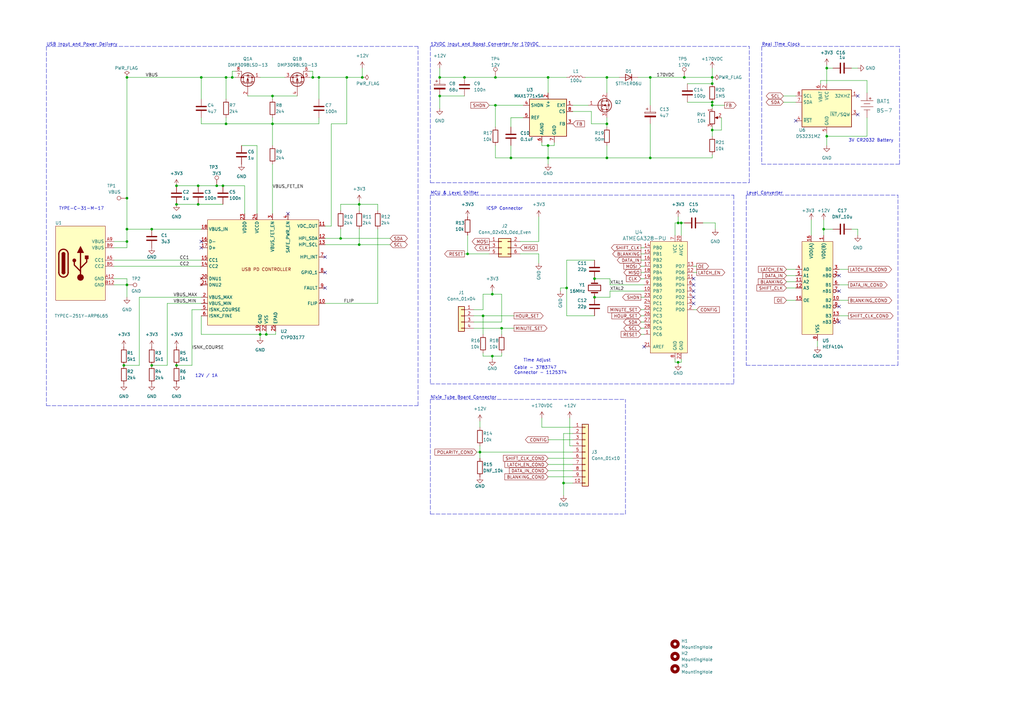
<source format=kicad_sch>
(kicad_sch (version 20211123) (generator eeschema)
  (paper "A3")
  (title_block (title "Nixie Tube Clock Main PCB") (date "2023-05-17") (rev "01") (company "Chris Oakes Electronics") (comment 1 "- USB C Power Input & Load Switch") (comment 2 "- MCU and RTC") (comment 3 "- Boost Converter 170VDC"))
  (junction (at 62.23 149.86))
  (junction (at 339.09 27.94))
  (junction (at 292.1 53.34))
  (junction (at 203.2 31.75))
  (junction (at 224.79 59.69))
  (junction (at 147.32 100.33))
  (junction (at 248.92 64.77))
  (junction (at 91.44 76.2))
  (junction (at 82.55 31.75))
  (junction (at 231.14 198.12))
  (junction (at 292.1 41.91))
  (junction (at 139.7 97.79))
  (junction (at 292.1 31.75))
  (junction (at 278.13 148.59))
  (junction (at 130.81 31.75))
  (junction (at 52.07 93.98))
  (junction (at 205.74 134.62))
  (junction (at 209.55 64.77))
  (junction (at 198.12 129.54))
  (junction (at 88.9 76.2))
  (junction (at 243.84 114.3))
  (junction (at 190.5 31.75))
  (junction (at 72.39 76.2))
  (junction (at 95.25 31.75))
  (junction (at 191.77 104.14))
  (junction (at 52.07 99.06))
  (junction (at 81.28 76.2))
  (junction (at 243.84 121.92))
  (junction (at 248.92 50.8))
  (junction (at 203.2 43.18))
  (junction (at 232.41 118.11))
  (junction (at 72.39 149.86))
  (junction (at 280.67 31.75))
  (junction (at 339.09 55.88))
  (junction (at 201.93 120.65))
  (junction (at 337.82 93.98))
  (junction (at 278.13 91.44))
  (junction (at 72.39 83.82))
  (junction (at 148.59 31.75))
  (junction (at 50.8 149.86))
  (junction (at 106.68 137.16))
  (junction (at 196.85 185.42))
  (junction (at 224.79 31.75))
  (junction (at 52.07 31.75))
  (junction (at 81.28 83.82))
  (junction (at 52.07 81.28))
  (junction (at 142.24 31.75))
  (junction (at 109.22 137.16))
  (junction (at 292.1 43.18))
  (junction (at 180.34 31.75))
  (junction (at 292.1 34.29))
  (junction (at 128.27 31.75))
  (junction (at 279.4 91.44))
  (junction (at 248.92 31.75))
  (junction (at 224.79 64.77))
  (junction (at 111.76 50.8))
  (junction (at 52.07 116.84))
  (junction (at 180.34 39.37))
  (junction (at 62.23 93.98))
  (junction (at 111.76 39.37))
  (junction (at 266.7 64.77))
  (junction (at 92.71 31.75))
  (junction (at 266.7 31.75))
  (junction (at 201.93 146.05))
  (junction (at 147.32 83.82))
  (junction (at 92.71 50.8))
  (no_connect (at 133.35 105.41))
  (no_connect (at 133.35 118.11))
  (no_connect (at 133.35 111.76))
  (no_connect (at 351.79 39.37))
  (no_connect (at 351.79 46.99))
  (no_connect (at 326.39 49.53))
  (no_connect (at 344.17 132.08))
  (no_connect (at 344.17 125.73))
  (no_connect (at 344.17 119.38))
  (no_connect (at 344.17 113.03))
  (no_connect (at 284.48 114.3))
  (no_connect (at 284.48 116.84))
  (no_connect (at 284.48 119.38))
  (no_connect (at 284.48 121.92))
  (no_connect (at 284.48 124.46))
  (no_connect (at 264.16 142.24))
  (no_connect (at 118.11 87.63))
  (no_connect (at 82.55 101.6))
  (no_connect (at 82.55 99.06))
  (wire (pts (xy 148.59 27.94) (xy 148.59 31.75)))
  (wire (pts (xy 248.92 50.8) (xy 248.92 48.26)))
  (wire (pts (xy 224.79 59.69) (xy 227.33 59.69)))
  (wire (pts (xy 154.94 86.36) (xy 154.94 83.82)))
  (wire (pts (xy 292.1 43.18) (xy 297.18 43.18)))
  (wire (pts (xy 232.41 118.11) (xy 232.41 129.54)))
  (wire (pts (xy 180.34 39.37) (xy 190.5 39.37)))
  (wire (pts (xy 96.52 29.21) (xy 95.25 29.21)))
  (wire (pts (xy 78.74 149.86) (xy 72.39 149.86)))
  (wire (pts (xy 220.98 104.14) (xy 220.98 107.95)))
  (wire (pts (xy 46.736 106.68) (xy 82.55 106.68)))
  (wire (pts (xy 127 29.21) (xy 128.27 29.21)))
  (wire (pts (xy 142.24 50.8) (xy 142.24 31.75)))
  (wire (pts (xy 209.55 59.69) (xy 209.55 64.77)))
  (wire (pts (xy 224.79 190.5) (xy 234.95 190.5)))
  (wire (pts (xy 180.34 39.37) (xy 180.34 44.45)))
  (wire (pts (xy 262.89 132.08) (xy 264.16 132.08)))
  (wire (pts (xy 349.25 27.94) (xy 351.79 27.94)))
  (polyline (pts (xy 19.05 19.05) (xy 19.05 166.37)))
  (wire (pts (xy 82.55 50.8) (xy 82.55 48.26)))
  (wire (pts (xy 196.85 185.42) (xy 196.85 187.96)))
  (wire (pts (xy 280.67 31.75) (xy 292.1 31.75)))
  (wire (pts (xy 262.89 137.16) (xy 264.16 137.16)))
  (wire (pts (xy 262.89 109.22) (xy 264.16 109.22)))
  (wire (pts (xy 322.58 118.11) (xy 326.39 118.11)))
  (polyline (pts (xy 176.53 19.05) (xy 307.34 19.05)))
  (wire (pts (xy 292.1 31.75) (xy 292.1 34.29)))
  (wire (pts (xy 101.6 39.37) (xy 111.76 39.37)))
  (wire (pts (xy 139.7 86.36) (xy 139.7 83.82)))
  (wire (pts (xy 196.85 185.42) (xy 234.95 185.42)))
  (polyline (pts (xy 312.42 67.31) (xy 368.935 67.31)))
  (wire (pts (xy 292.1 43.18) (xy 292.1 44.45)))
  (wire (pts (xy 82.55 121.92) (xy 57.15 121.92)))
  (wire (pts (xy 130.81 50.8) (xy 130.81 48.26)))
  (wire (pts (xy 191.77 96.52) (xy 191.77 104.14)))
  (wire (pts (xy 105.41 59.69) (xy 105.41 87.63)))
  (wire (pts (xy 321.31 39.37) (xy 326.39 39.37)))
  (wire (pts (xy 242.57 45.72) (xy 242.57 50.8)))
  (wire (pts (xy 248.92 31.75) (xy 248.92 38.1)))
  (polyline (pts (xy 312.42 19.05) (xy 368.935 19.05)))
  (wire (pts (xy 194.31 132.08) (xy 205.74 132.08)))
  (wire (pts (xy 201.93 146.05) (xy 201.93 147.32)))
  (wire (pts (xy 46.736 101.6) (xy 52.07 101.6)))
  (wire (pts (xy 222.25 58.42) (xy 222.25 59.69)))
  (wire (pts (xy 339.09 27.94) (xy 341.63 27.94)))
  (polyline (pts (xy 176.53 163.83) (xy 176.53 210.82)))
  (wire (pts (xy 232.41 106.68) (xy 232.41 118.11)))
  (polyline (pts (xy 306.07 80.01) (xy 306.07 149.86)))
  (wire (pts (xy 224.79 193.04) (xy 234.95 193.04)))
  (wire (pts (xy 276.86 91.44) (xy 276.86 96.52)))
  (wire (pts (xy 46.736 109.22) (xy 82.55 109.22)))
  (wire (pts (xy 52.07 93.98) (xy 52.07 81.28)))
  (wire (pts (xy 198.12 144.78) (xy 198.12 146.05)))
  (wire (pts (xy 139.7 97.79) (xy 160.02 97.79)))
  (wire (pts (xy 198.12 129.54) (xy 198.12 137.16)))
  (wire (pts (xy 203.2 43.18) (xy 203.2 52.07)))
  (wire (pts (xy 128.27 31.75) (xy 130.81 31.75)))
  (wire (pts (xy 293.37 91.44) (xy 293.37 93.98)))
  (wire (pts (xy 106.68 31.75) (xy 116.84 31.75)))
  (wire (pts (xy 82.55 137.16) (xy 106.68 137.16)))
  (wire (pts (xy 111.76 50.8) (xy 111.76 59.69)))
  (wire (pts (xy 52.07 93.98) (xy 52.07 99.06)))
  (wire (pts (xy 355.6 48.26) (xy 355.6 55.88)))
  (wire (pts (xy 133.35 100.33) (xy 147.32 100.33)))
  (wire (pts (xy 113.03 137.16) (xy 109.22 137.16)))
  (wire (pts (xy 279.4 148.59) (xy 279.4 147.32)))
  (wire (pts (xy 276.86 147.32) (xy 276.86 148.59)))
  (wire (pts (xy 234.95 177.8) (xy 231.14 177.8)))
  (wire (pts (xy 190.5 104.14) (xy 191.77 104.14)))
  (wire (pts (xy 52.07 116.84) (xy 52.07 121.92)))
  (wire (pts (xy 205.74 134.62) (xy 205.74 137.16)))
  (wire (pts (xy 224.79 59.69) (xy 224.79 64.77)))
  (wire (pts (xy 222.25 175.26) (xy 234.95 175.26)))
  (wire (pts (xy 292.1 63.5) (xy 292.1 64.77)))
  (wire (pts (xy 142.24 31.75) (xy 148.59 31.75)))
  (wire (pts (xy 200.66 43.18) (xy 203.2 43.18)))
  (wire (pts (xy 266.7 50.8) (xy 266.7 64.77)))
  (wire (pts (xy 234.95 43.18) (xy 241.3 43.18)))
  (polyline (pts (xy 300.99 157.48) (xy 299.72 157.48)))
  (wire (pts (xy 57.15 121.92) (xy 57.15 149.86)))
  (wire (pts (xy 292.1 53.34) (xy 292.1 55.88)))
  (wire (pts (xy 68.58 124.46) (xy 68.58 149.86)))
  (wire (pts (xy 292.1 52.07) (xy 292.1 53.34)))
  (wire (pts (xy 57.15 149.86) (xy 50.8 149.86)))
  (wire (pts (xy 266.7 31.75) (xy 266.7 43.18)))
  (wire (pts (xy 250.19 116.84) (xy 250.19 114.3)))
  (wire (pts (xy 224.79 38.1) (xy 224.79 31.75)))
  (wire (pts (xy 322.58 110.49) (xy 326.39 110.49)))
  (wire (pts (xy 262.89 106.68) (xy 264.16 106.68)))
  (wire (pts (xy 128.27 29.21) (xy 128.27 31.75)))
  (wire (pts (xy 154.94 83.82) (xy 147.32 83.82)))
  (wire (pts (xy 196.85 185.42) (xy 195.58 185.42)))
  (wire (pts (xy 222.25 171.45) (xy 222.25 175.26)))
  (wire (pts (xy 205.74 146.05) (xy 205.74 144.78)))
  (wire (pts (xy 248.92 59.69) (xy 248.92 64.77)))
  (wire (pts (xy 322.58 115.57) (xy 326.39 115.57)))
  (wire (pts (xy 46.736 99.06) (xy 52.07 99.06)))
  (wire (pts (xy 194.31 129.54) (xy 198.12 129.54)))
  (wire (pts (xy 288.29 91.44) (xy 293.37 91.44)))
  (polyline (pts (xy 19.05 166.37) (xy 171.45 166.37)))
  (wire (pts (xy 201.93 120.65) (xy 201.93 119.38)))
  (wire (pts (xy 95.25 31.75) (xy 96.52 31.75)))
  (wire (pts (xy 95.25 29.21) (xy 95.25 31.75)))
  (wire (pts (xy 109.22 135.89) (xy 109.22 137.16)))
  (polyline (pts (xy 300.99 80.01) (xy 300.99 157.48)))
  (wire (pts (xy 52.07 114.3) (xy 52.07 116.84)))
  (wire (pts (xy 262.89 129.54) (xy 264.16 129.54)))
  (wire (pts (xy 100.33 76.2) (xy 91.44 76.2)))
  (wire (pts (xy 209.55 48.26) (xy 214.63 48.26)))
  (polyline (pts (xy 176.53 163.83) (xy 256.54 163.83)))
  (wire (pts (xy 276.86 148.59) (xy 278.13 148.59)))
  (wire (pts (xy 231.14 177.8) (xy 231.14 198.12)))
  (wire (pts (xy 82.55 31.75) (xy 82.55 40.64)))
  (wire (pts (xy 82.55 50.8) (xy 92.71 50.8)))
  (wire (pts (xy 242.57 50.8) (xy 248.92 50.8)))
  (wire (pts (xy 295.91 48.26) (xy 295.91 53.34)))
  (wire (pts (xy 278.13 91.44) (xy 276.86 91.44)))
  (wire (pts (xy 180.34 31.75) (xy 190.5 31.75)))
  (wire (pts (xy 233.68 182.88) (xy 234.95 182.88)))
  (wire (pts (xy 82.55 129.54) (xy 82.55 137.16)))
  (wire (pts (xy 92.71 50.8) (xy 111.76 50.8)))
  (wire (pts (xy 180.34 27.94) (xy 180.34 31.75)))
  (wire (pts (xy 335.28 139.7) (xy 335.28 142.24)))
  (wire (pts (xy 262.89 111.76) (xy 264.16 111.76)))
  (wire (pts (xy 240.03 31.75) (xy 248.92 31.75)))
  (wire (pts (xy 332.74 90.17) (xy 332.74 96.52)))
  (wire (pts (xy 321.31 41.91) (xy 326.39 41.91)))
  (polyline (pts (xy 171.45 166.37) (xy 171.45 19.05)))
  (polyline (pts (xy 19.05 19.05) (xy 171.45 19.05)))
  (polyline (pts (xy 300.99 80.01) (xy 300.99 80.01)))
  (polyline (pts (xy 176.53 157.48) (xy 299.72 157.48)))
  (wire (pts (xy 262.89 101.6) (xy 264.16 101.6)))
  (wire (pts (xy 194.31 134.62) (xy 205.74 134.62)))
  (wire (pts (xy 248.92 50.8) (xy 248.92 52.07)))
  (wire (pts (xy 106.68 135.89) (xy 106.68 137.16)))
  (wire (pts (xy 222.25 59.69) (xy 224.79 59.69)))
  (wire (pts (xy 209.55 64.77) (xy 224.79 64.77)))
  (wire (pts (xy 213.36 99.06) (xy 220.98 99.06)))
  (wire (pts (xy 106.68 137.16) (xy 106.68 138.43)))
  (wire (pts (xy 154.94 93.98) (xy 154.94 124.46)))
  (wire (pts (xy 278.13 148.59) (xy 278.13 149.225)))
  (wire (pts (xy 147.32 100.33) (xy 160.02 100.33)))
  (wire (pts (xy 224.79 180.34) (xy 234.95 180.34)))
  (wire (pts (xy 127 31.75) (xy 128.27 31.75)))
  (wire (pts (xy 198.12 146.05) (xy 201.93 146.05)))
  (wire (pts (xy 133.35 92.71) (xy 135.89 92.71)))
  (wire (pts (xy 292.1 64.77) (xy 266.7 64.77)))
  (polyline (pts (xy 368.935 67.31) (xy 368.935 19.05)))
  (wire (pts (xy 196.85 172.72) (xy 196.85 175.26)))
  (wire (pts (xy 229.87 119.38) (xy 229.87 118.11)))
  (wire (pts (xy 355.6 33.02) (xy 355.6 38.1)))
  (wire (pts (xy 139.7 83.82) (xy 147.32 83.82)))
  (wire (pts (xy 78.74 127) (xy 78.74 149.86)))
  (wire (pts (xy 220.98 88.9) (xy 220.98 99.06)))
  (wire (pts (xy 344.17 123.19) (xy 347.98 123.19)))
  (wire (pts (xy 88.9 76.2) (xy 91.44 76.2)))
  (wire (pts (xy 133.35 124.46) (xy 154.94 124.46)))
  (wire (pts (xy 82.55 127) (xy 78.74 127)))
  (wire (pts (xy 224.79 31.75) (xy 232.41 31.75)))
  (wire (pts (xy 227.33 59.69) (xy 227.33 58.42)))
  (wire (pts (xy 337.82 93.98) (xy 337.82 96.52)))
  (wire (pts (xy 233.68 171.45) (xy 233.68 182.88)))
  (wire (pts (xy 339.09 26.67) (xy 339.09 27.94)))
  (wire (pts (xy 198.12 120.65) (xy 201.93 120.65)))
  (wire (pts (xy 46.736 116.84) (xy 52.07 116.84)))
  (wire (pts (xy 72.39 76.2) (xy 81.28 76.2)))
  (wire (pts (xy 203.2 31.75) (xy 224.79 31.75)))
  (polyline (pts (xy 306.07 80.01) (xy 368.3 80.01)))
  (wire (pts (xy 111.76 50.8) (xy 111.76 48.26)))
  (wire (pts (xy 194.31 127) (xy 198.12 127)))
  (wire (pts (xy 62.23 93.98) (xy 82.55 93.98)))
  (wire (pts (xy 68.58 149.86) (xy 62.23 149.86)))
  (wire (pts (xy 344.17 129.54) (xy 347.98 129.54)))
  (wire (pts (xy 214.63 43.18) (xy 203.2 43.18)))
  (wire (pts (xy 133.35 97.79) (xy 139.7 97.79)))
  (wire (pts (xy 135.89 50.8) (xy 142.24 50.8)))
  (wire (pts (xy 261.62 31.75) (xy 266.7 31.75)))
  (wire (pts (xy 231.14 198.12) (xy 234.95 198.12)))
  (wire (pts (xy 190.5 31.75) (xy 203.2 31.75)))
  (wire (pts (xy 278.13 88.9) (xy 278.13 91.44)))
  (wire (pts (xy 224.79 64.77) (xy 248.92 64.77)))
  (polyline (pts (xy 256.54 210.82) (xy 256.54 163.83)))
  (wire (pts (xy 344.17 110.49) (xy 347.98 110.49)))
  (wire (pts (xy 339.09 55.88) (xy 355.6 55.88)))
  (wire (pts (xy 262.89 127) (xy 264.16 127)))
  (wire (pts (xy 130.81 31.75) (xy 130.81 40.64)))
  (wire (pts (xy 336.55 33.02) (xy 336.55 34.29)))
  (wire (pts (xy 196.85 182.88) (xy 196.85 185.42)))
  (polyline (pts (xy 176.53 80.01) (xy 176.53 157.48)))
  (wire (pts (xy 224.79 187.96) (xy 234.95 187.96)))
  (wire (pts (xy 284.48 127) (xy 285.75 127)))
  (wire (pts (xy 203.2 64.77) (xy 209.55 64.77)))
  (wire (pts (xy 81.28 83.82) (xy 91.44 83.82)))
  (wire (pts (xy 229.87 118.11) (xy 232.41 118.11)))
  (wire (pts (xy 266.7 31.75) (xy 280.67 31.75)))
  (wire (pts (xy 109.22 137.16) (xy 106.68 137.16)))
  (wire (pts (xy 111.76 50.8) (xy 130.81 50.8)))
  (wire (pts (xy 46.736 114.3) (xy 52.07 114.3)))
  (wire (pts (xy 224.79 195.58) (xy 234.95 195.58)))
  (wire (pts (xy 209.55 48.26) (xy 209.55 52.07)))
  (wire (pts (xy 100.33 87.63) (xy 100.33 76.2)))
  (wire (pts (xy 337.82 90.17) (xy 337.82 93.98)))
  (wire (pts (xy 147.32 83.82) (xy 147.32 86.36)))
  (wire (pts (xy 250.19 119.38) (xy 250.19 121.92)))
  (wire (pts (xy 232.41 129.54) (xy 243.84 129.54)))
  (wire (pts (xy 264.16 119.38) (xy 250.19 119.38)))
  (wire (pts (xy 92.71 31.75) (xy 95.25 31.75)))
  (wire (pts (xy 52.07 81.28) (xy 52.07 31.75)))
  (polyline (pts (xy 306.07 149.86) (xy 368.3 149.86)))
  (wire (pts (xy 279.4 96.52) (xy 279.4 91.44)))
  (wire (pts (xy 243.84 106.68) (xy 232.41 106.68)))
  (wire (pts (xy 248.92 31.75) (xy 254 31.75)))
  (wire (pts (xy 262.89 121.92) (xy 264.16 121.92)))
  (wire (pts (xy 278.13 148.59) (xy 279.4 148.59)))
  (wire (pts (xy 322.58 113.03) (xy 326.39 113.03)))
  (wire (pts (xy 248.92 64.77) (xy 266.7 64.77)))
  (wire (pts (xy 52.07 99.06) (xy 52.07 101.6)))
  (wire (pts (xy 231.14 198.12) (xy 231.14 203.2)))
  (wire (pts (xy 82.55 124.46) (xy 68.58 124.46)))
  (wire (pts (xy 147.32 82.55) (xy 147.32 83.82)))
  (wire (pts (xy 203.2 59.69) (xy 203.2 64.77)))
  (wire (pts (xy 351.79 93.98) (xy 351.79 96.52)))
  (wire (pts (xy 234.95 45.72) (xy 242.57 45.72)))
  (wire (pts (xy 111.76 39.37) (xy 121.92 39.37)))
  (wire (pts (xy 292.1 53.34) (xy 295.91 53.34)))
  (wire (pts (xy 284.48 109.22) (xy 285.75 109.22)))
  (polyline (pts (xy 368.3 149.86) (xy 368.3 80.01)))
  (wire (pts (xy 337.82 93.98) (xy 341.63 93.98)))
  (wire (pts (xy 111.76 40.64) (xy 111.76 39.37)))
  (polyline (pts (xy 312.42 19.05) (xy 312.42 67.31)))
  (wire (pts (xy 52.07 93.98) (xy 62.23 93.98)))
  (wire (pts (xy 279.4 91.44) (xy 278.13 91.44)))
  (wire (pts (xy 111.76 67.31) (xy 111.76 87.63)))
  (wire (pts (xy 205.74 120.65) (xy 205.74 132.08)))
  (wire (pts (xy 349.25 93.98) (xy 351.79 93.98)))
  (wire (pts (xy 82.55 31.75) (xy 92.71 31.75)))
  (wire (pts (xy 52.07 31.75) (xy 82.55 31.75)))
  (wire (pts (xy 339.09 27.94) (xy 339.09 34.29)))
  (wire (pts (xy 281.94 41.91) (xy 292.1 41.91)))
  (wire (pts (xy 250.19 121.92) (xy 243.84 121.92)))
  (wire (pts (xy 105.41 59.69) (xy 99.06 59.69)))
  (wire (pts (xy 147.32 93.98) (xy 147.32 100.33)))
  (wire (pts (xy 262.89 114.3) (xy 264.16 114.3)))
  (wire (pts (xy 339.09 54.61) (xy 339.09 55.88)))
  (wire (pts (xy 92.71 31.75) (xy 92.71 40.64)))
  (wire (pts (xy 279.4 91.44) (xy 280.67 91.44)))
  (wire (pts (xy 201.93 146.05) (xy 205.74 146.05)))
  (wire (pts (xy 344.17 116.84) (xy 347.98 116.84)))
  (wire (pts (xy 72.39 83.82) (xy 81.28 83.82)))
  (wire (pts (xy 322.58 123.19) (xy 326.39 123.19)))
  (wire (pts (xy 205.74 134.62) (xy 210.82 134.62)))
  (wire (pts (xy 92.71 50.8) (xy 92.71 48.26)))
  (wire (pts (xy 130.81 31.75) (xy 142.24 31.75)))
  (wire (pts (xy 264.16 116.84) (xy 250.19 116.84)))
  (wire (pts (xy 262.89 134.62) (xy 264.16 134.62)))
  (wire (pts (xy 191.77 104.14) (xy 200.66 104.14)))
  (polyline (pts (xy 176.53 74.93) (xy 307.34 74.93)))
  (wire (pts (xy 81.28 76.2) (xy 88.9 76.2)))
  (wire (pts (xy 339.09 55.88) (xy 339.09 59.69)))
  (polyline (pts (xy 176.53 210.82) (xy 256.54 210.82)))
  (wire (pts (xy 355.6 33.02) (xy 336.55 33.02)))
  (wire (pts (xy 113.03 135.89) (xy 113.03 137.16)))
  (wire (pts (xy 198.12 120.65) (xy 198.12 127)))
  (wire (pts (xy 201.93 120.65) (xy 205.74 120.65)))
  (wire (pts (xy 213.36 104.14) (xy 220.98 104.14)))
  (wire (pts (xy 135.89 92.71) (xy 135.89 50.8)))
  (polyline (pts (xy 176.53 80.01) (xy 300.99 80.01)))
  (wire (pts (xy 198.12 129.54) (xy 210.82 129.54)))
  (polyline (pts (xy 176.53 19.05) (xy 176.53 74.93)))
  (wire (pts (xy 250.19 114.3) (xy 243.84 114.3)))
  (polyline (pts (xy 307.34 74.93) (xy 307.34 19.05)))
  (wire (pts (xy 139.7 93.98) (xy 139.7 97.79)))
  (wire (pts (xy 262.89 104.14) (xy 264.16 104.14)))
  (wire (pts (xy 284.48 111.76) (xy 285.75 111.76)))
  (wire (pts (xy 281.94 34.29) (xy 292.1 34.29)))
  (wire (pts (xy 292.1 41.91) (xy 292.1 43.18)))
  (wire (pts (xy 224.79 64.77) (xy 224.79 67.31)))
  (wire (pts (xy 292.1 27.94) (xy 292.1 31.75)))
  (text "Level Converter" (at 306.07 80.01 0) (effects (font (size 1.27 1.27)) (justify left bottom)))
  (text "Real Time Clock" (at 312.42 19.05 0) (effects (font (size 1.27 1.27)) (justify left bottom)))
  (text "MCU & Level Shifter" (at 176.53 80.01 0) (effects (font (size 1.27 1.27)) (justify left bottom)))
  (text "Time Adjust" (at 214.63 148.59 0) (effects (font (size 1.27 1.27)) (justify left bottom)))
  (text "12VDC Input and Boost Converter for 170VDC" (at 176.53 19.05 0) (effects (font (size 1.27 1.27)) (justify left bottom)))
  (text "TYPE-C-31-M-17\n" (at 24.13 86.36 0) (effects (font (size 1.27 1.27)) (justify left bottom)))
  (text "ICSP Connector" (at 199.39 86.36 0) (effects (font (size 1.27 1.27)) (justify left bottom)))
  (text "Cable - 3783747\nConnector - 1125374" (at 210.82 153.67 0) (effects (font (size 1.27 1.27)) (justify left bottom)))
  (text "3V CR2032 Battery" (at 347.98 58.42 0) (effects (font (size 1.27 1.27)) (justify left bottom)))
  (text "USB Input and Power Delivery" (at 19.05 19.05 0) (effects (font (size 1.27 1.27)) (justify left bottom)))
  (text "12V / 1A" (at 80.01 154.94 0) (effects (font (size 1.27 1.27)) (justify left bottom)))
  (text "Nixie Tube Board Connector" (at 176.53 163.83 0) (effects (font (size 1.27 1.27)) (justify left bottom)))
  (label "VBUS" (at 59.69 31.75 0))
  (label "170VDC" (at 269.24 31.75 0))
  (label "VBUS_MAX" (at 71.12 121.92 0))
  (label "ISNK_COURSE" (at 78.74 143.51 0))
  (label "VBUS_FET_EN" (at 111.76 77.47 0))
  (label "VBUS_MIN" (at 71.12 124.46 0))
  (label "XTAL2" (at 250.19 119.38 0))
  (label "CC2" (at 73.66 109.22 0))
  (label "FLIP" (at 140.97 124.46 0))
  (label "CC1" (at 73.66 106.68 0))
  (label "XTAL1" (at 250.19 116.84 0))
  (global_label "LATCH_EN_COND" (shape input) (at 224.79 190.5 180) (property "Intersheet References" "${INTERSHEET_REFS}" (effects hide)))
  (global_label "HOUR_SET" (shape output) (at 210.82 129.54 0) (property "Intersheet References" "${INTERSHEET_REFS}" (effects hide)))
  (global_label "BLANKING" (shape output) (at 262.89 104.14 180) (property "Intersheet References" "${INTERSHEET_REFS}" (effects hide)))
  (global_label "SHIFT_CLK" (shape input) (at 322.58 118.11 180) (property "Intersheet References" "${INTERSHEET_REFS}" (effects hide)))
  (global_label "MISO" (shape input) (at 213.36 101.6 0) (property "Intersheet References" "${INTERSHEET_REFS}" (effects hide)))
  (global_label "CLK" (shape input) (at 262.89 114.3 180) (property "Intersheet References" "${INTERSHEET_REFS}" (effects hide)))
  (global_label "DATA_IN_COND" (shape input) (at 224.79 193.04 180) (property "Intersheet References" "${INTERSHEET_REFS}" (effects hide)))
  (global_label "MISO" (shape output) (at 262.89 111.76 180) (property "Intersheet References" "${INTERSHEET_REFS}" (effects hide)))
  (global_label "OE" (shape output) (at 285.75 109.22 0) (property "Intersheet References" "${INTERSHEET_REFS}" (effects hide)))
  (global_label "SHDN" (shape output) (at 262.89 121.92 180) (property "Intersheet References" "${INTERSHEET_REFS}" (effects hide)))
  (global_label "MOSI" (shape input) (at 262.89 109.22 180) (property "Intersheet References" "${INTERSHEET_REFS}" (effects hide)))
  (global_label "BLANKING" (shape input) (at 322.58 115.57 180) (property "Intersheet References" "${INTERSHEET_REFS}" (effects hide)))
  (global_label "SDA" (shape bidirectional) (at 262.89 132.08 180) (property "Intersheet References" "${INTERSHEET_REFS}" (effects hide)))
  (global_label "HOUR_SET" (shape input) (at 262.89 129.54 180) (property "Intersheet References" "${INTERSHEET_REFS}" (effects hide)))
  (global_label "MINUTE_SET" (shape input) (at 262.89 127 180) (property "Intersheet References" "${INTERSHEET_REFS}" (effects hide)))
  (global_label "DATA_IN_COND" (shape output) (at 347.98 116.84 0) (property "Intersheet References" "${INTERSHEET_REFS}" (effects hide)))
  (global_label "MOSI" (shape output) (at 200.66 99.06 180) (property "Intersheet References" "${INTERSHEET_REFS}" (effects hide)))
  (global_label "CONFIG" (shape input) (at 285.75 127 0) (property "Intersheet References" "${INTERSHEET_REFS}" (effects hide)))
  (global_label "FB" (shape input) (at 234.95 50.8 0) (property "Intersheet References" "${INTERSHEET_REFS}" (effects hide)))
  (global_label "CLK" (shape output) (at 200.66 101.6 180) (property "Intersheet References" "${INTERSHEET_REFS}" (effects hide)))
  (global_label "LATCH_EN" (shape input) (at 322.58 110.49 180) (property "Intersheet References" "${INTERSHEET_REFS}" (effects hide)))
  (global_label "CONFIG" (shape output) (at 224.79 180.34 180) (property "Intersheet References" "${INTERSHEET_REFS}" (effects hide)))
  (global_label "SHIFT_CLK" (shape output) (at 262.89 101.6 180) (property "Intersheet References" "${INTERSHEET_REFS}" (effects hide)))
  (global_label "MINUTE_SET" (shape output) (at 210.82 134.62 0) (property "Intersheet References" "${INTERSHEET_REFS}" (effects hide)))
  (global_label "SCL" (shape bidirectional) (at 321.31 39.37 180) (property "Intersheet References" "${INTERSHEET_REFS}" (effects hide)))
  (global_label "SHIFT_CLK_COND" (shape input) (at 224.79 187.96 180) (property "Intersheet References" "${INTERSHEET_REFS}" (effects hide)))
  (global_label "BLANKING_COND" (shape output) (at 347.98 123.19 0) (property "Intersheet References" "${INTERSHEET_REFS}" (effects hide)))
  (global_label "RESET" (shape input) (at 262.89 137.16 180) (property "Intersheet References" "${INTERSHEET_REFS}" (effects hide)))
  (global_label "DATA_IN" (shape input) (at 322.58 113.03 180) (property "Intersheet References" "${INTERSHEET_REFS}" (effects hide)))
  (global_label "OE" (shape input) (at 322.58 123.19 180) (property "Intersheet References" "${INTERSHEET_REFS}" (effects hide)))
  (global_label "FB" (shape output) (at 297.18 43.18 0) (property "Intersheet References" "${INTERSHEET_REFS}" (effects hide)))
  (global_label "SDA" (shape bidirectional) (at 160.02 97.79 0) (property "Intersheet References" "${INTERSHEET_REFS}" (effects hide)))
  (global_label "SCL" (shape bidirectional) (at 262.89 134.62 180) (property "Intersheet References" "${INTERSHEET_REFS}" (effects hide)))
  (global_label "SDA" (shape bidirectional) (at 321.31 41.91 180) (property "Intersheet References" "${INTERSHEET_REFS}" (effects hide)))
  (global_label "POLARITY_COND" (shape input) (at 195.58 185.42 180) (property "Intersheet References" "${INTERSHEET_REFS}" (effects hide)))
  (global_label "BLANKING_COND" (shape input) (at 224.79 195.58 180) (property "Intersheet References" "${INTERSHEET_REFS}" (effects hide)))
  (global_label "SHDN" (shape input) (at 200.66 43.18 180) (property "Intersheet References" "${INTERSHEET_REFS}" (effects hide)))
  (global_label "SCL" (shape bidirectional) (at 160.02 100.33 0) (property "Intersheet References" "${INTERSHEET_REFS}" (effects hide)))
  (global_label "SHIFT_CLK_COND" (shape output) (at 347.98 129.54 0) (property "Intersheet References" "${INTERSHEET_REFS}" (effects hide)))
  (global_label "LATCH_EN" (shape output) (at 285.75 111.76 0) (property "Intersheet References" "${INTERSHEET_REFS}" (effects hide)))
  (global_label "RESET" (shape output) (at 190.5 104.14 180) (property "Intersheet References" "${INTERSHEET_REFS}" (effects hide)))
  (global_label "DATA_IN" (shape output) (at 262.89 106.68 180) (property "Intersheet References" "${INTERSHEET_REFS}" (effects hide)))
  (global_label "LATCH_EN_COND" (shape output) (at 347.98 110.49 0) (property "Intersheet References" "${INTERSHEET_REFS}" (effects hide)))
  (symbol (lib_id "power:GND") (at 201.93 147.32 0) (unit 1)
    (property "Reference" "#PWR021" (effects hide))
    (property "Value" "GND" (at 201.93 151.13 0))
  )
  (symbol (lib_id "power:+3V3") (at 201.93 119.38 0) (unit 1)
    (property "Reference" "#PWR020" (effects hide))
    (property "Value" "+3V3" (at 201.93 114.3 0))
  )
  (symbol (lib_id "power:+3V3") (at 332.74 90.17 0) (unit 1)
    (property "Reference" "#PWR033" (effects hide))
    (property "Value" "+3V3" (at 331.47 86.36 0))
  )
  (symbol (lib_id "dk_Embedded-Microcontrollers:ATMEGA328-PU") (at 276.86 127 0) (unit 1)
    (property "Reference" "U4" (at 260.35 95.25 0) (effects (font (size 1.524 1.524)) (justify left)))
    (property "Value" "ATMEGA328-PU" (at 255.27 97.79 0) (effects (font (size 1.524 1.524)) (justify left)))
    (property "Footprint" "ATMEGA328P-AU:QFP80P900X900X120-32N" (effects hide))
    (property "Datasheet" "http://www.microchip.com/mymicrochip/filehandler.aspx?ddocname=en608326" (effects hide))
    (property "Digi-Key_PN" "ATMEGA328-PU-ND" (effects hide))
    (property "MPN" "ATMEGA328-PU" (effects hide))
    (property "Category" "Integrated Circuits (ICs)" (effects hide))
    (property "Family" "Embedded - Microcontrollers" (effects hide))
    (property "DK_Datasheet_Link" "http://www.microchip.com/mymicrochip/filehandler.aspx?ddocname=en608326" (effects hide))
    (property "DK_Detail_Page" "/product-detail/en/microchip-technology/ATMEGA328-PU/ATMEGA328-PU-ND/2271026" (effects hide))
    (property "Description" "IC MCU 8BIT 32KB FLASH 28DIP" (effects hide))
    (property "Manufacturer" "Microchip Technology" (effects hide))
    (property "Status" "Active" (effects hide))
  )
  (symbol (lib_id "Diode:STTH212U") (at 257.81 31.75 180) (unit 1)
    (property "Reference" "D1" (at 257.81 29.21 0))
    (property "Value" "STTH1R06U" (at 257.81 34.29 0))
    (property "Footprint" "Diode_SMD:D_SMB" (effects hide))
    (property "Datasheet" "https://www.st.com/resource/en/datasheet/stth212.pdf" (effects hide))
  )
  (symbol (lib_id "Connector:TestPoint") (at 52.07 116.84 270) (unit 1)
    (property "Reference" "TP2" (at 55.88 114.3 90))
    (property "Value" "GND" (at 55.88 119.38 90))
    (property "Footprint" "TestPoint:TestPoint_Pad_2.0x2.0mm" (effects hide))
  )
  (symbol (lib_id "Device:R") (at 62.23 146.05 0) (unit 1)
    (property "Reference" "R3" (at 63.5 144.78 0) (effects (justify left)))
    (property "Value" "5k1" (at 63.5 147.32 0) (effects (justify left)))
    (property "Footprint" "Resistor_SMD:R_0805_2012Metric" (effects hide))
  )
  (symbol (lib_id "power:+12V") (at 196.85 172.72 0) (unit 1)
    (property "Reference" "#PWR018" (effects hide))
    (property "Value" "+12V" (at 196.85 167.64 0))
  )
  (symbol (lib_id "Mechanical:MountingHole") (at 276.86 264.16 0) (unit 1)
    (property "Reference" "H1" (at 279.4 262.8899 0) (effects (justify left)))
    (property "Value" "MountingHole" (at 279.4 265.4299 0) (effects (justify left)))
    (property "Footprint" "MountingHole:MountingHole_3.2mm_M3" (effects hide))
  )
  (symbol (lib_id "Connector:TestPoint") (at 52.07 81.28 90) (unit 1)
    (property "Reference" "TP1" (at 45.72 76.2 90))
    (property "Value" "VBUS" (at 46.99 78.74 90))
    (property "Footprint" "TestPoint:TestPoint_Pad_2.0x2.0mm" (effects hide))
  )
  (symbol (lib_id "power:GND") (at 50.8 157.48 0) (unit 1)
    (property "Reference" "#PWR02" (effects hide))
    (property "Value" "GND" (at 50.8 162.56 0))
  )
  (symbol (lib_id "Connector:TestPoint") (at 280.67 31.75 0) (unit 1)
    (property "Reference" "TP5" (at 278.13 24.13 0) (effects (justify left)))
    (property "Value" "170V" (at 278.13 26.67 0) (effects (justify left)))
    (property "Footprint" "TestPoint:TestPoint_Pad_2.0x2.0mm" (effects hide))
  )
  (symbol (lib_id "power:+3V3") (at 278.13 88.9 0) (unit 1)
    (property "Reference" "#PWR029" (effects hide))
    (property "Value" "+3V3" (at 278.13 83.82 0))
  )
  (symbol (lib_id "power:GND") (at 335.28 142.24 0) (unit 1)
    (property "Reference" "#PWR034" (effects hide))
    (property "Value" "GND" (at 335.28 146.05 0))
  )
  (symbol (lib_id "power:+3V3") (at 62.23 142.24 0) (unit 1)
    (property "Reference" "#PWR05" (effects hide))
    (property "Value" "+3V3" (at 62.23 137.16 0))
  )
  (symbol (lib_id "Device:C") (at 91.44 80.01 0) (unit 1)
    (property "Reference" "C5" (at 93.98 78.74 0) (effects (justify left)))
    (property "Value" "100n" (at 93.98 81.28 0) (effects (justify left)))
    (property "Footprint" "Capacitor_SMD:C_0805_2012Metric" (effects hide))
  )
  (symbol (lib_id "Device:C") (at 209.55 55.88 0) (unit 1)
    (property "Reference" "C10" (at 213.36 54.6099 0) (effects (justify left)))
    (property "Value" "0.1uF" (at 213.36 57.1499 0) (effects (justify left)))
    (property "Footprint" "Capacitor_SMD:C_0805_2012Metric" (effects hide))
  )
  (symbol (lib_id "Device:C") (at 281.94 38.1 0) (unit 1)
    (property "Reference" "C14" (at 284.48 36.83 0) (effects (justify left)))
    (property "Value" "100p" (at 284.48 39.37 0) (effects (justify left)))
    (property "Footprint" "Capacitor_SMD:C_0805_2012Metric" (effects hide))
  )
  (symbol (lib_id "power:+3V3") (at 191.77 88.9 0) (unit 1)
    (property "Reference" "#PWR017" (effects hide))
    (property "Value" "+3V3" (at 191.77 83.82 0))
  )
  (symbol (lib_id "Device:R") (at 248.92 55.88 0) (unit 1)
    (property "Reference" "R19" (at 243.84 54.61 0) (effects (justify left)))
    (property "Value" "50m" (at 243.84 57.15 0) (effects (justify left)))
    (property "Footprint" "Resistor_SMD:R_0805_2012Metric" (effects hide))
  )
  (symbol (lib_id "power:GND") (at 62.23 101.6 0) (unit 1)
    (property "Reference" "#PWR04" (effects hide))
    (property "Value" "GND" (at 62.23 105.41 0))
  )
  (symbol (lib_id "power:+12V") (at 148.59 27.94 0) (unit 1)
    (property "Reference" "#PWR014" (effects hide))
    (property "Value" "+12V" (at 148.59 22.86 0))
  )
  (symbol (lib_id "power:GND") (at 106.68 138.43 0) (unit 1)
    (property "Reference" "#PWR012" (effects hide))
    (property "Value" "GND" (at 106.68 143.51 0))
  )
  (symbol (lib_id "Connector:TestPoint") (at 203.2 31.75 0) (unit 1)
    (property "Reference" "TP4" (at 203.2 24.13 0))
    (property "Value" "12V" (at 203.2 26.67 0))
    (property "Footprint" "TestPoint:TestPoint_Pad_2.0x2.0mm" (effects hide))
  )
  (symbol (lib_id "Device:R") (at 196.85 191.77 0) (unit 1)
    (property "Reference" "R15" (at 198.12 190.5 0) (effects (justify left)))
    (property "Value" "DNF_10k" (at 198.12 193.04 0) (effects (justify left)))
    (property "Footprint" "Resistor_SMD:R_0805_2012Metric" (effects hide))
  )
  (symbol (lib_id "Device:C") (at 62.23 97.79 0) (unit 1)
    (property "Reference" "C1" (at 66.04 96.5199 0) (effects (justify left)))
    (property "Value" "3u3" (at 66.04 99.0599 0) (effects (justify left)))
    (property "Footprint" "Capacitor_SMD:C_0805_2012Metric" (effects hide))
  )
  (symbol (lib_id "Device:R") (at 62.23 153.67 0) (unit 1)
    (property "Reference" "R4" (at 63.5 152.4 0) (effects (justify left)))
    (property "Value" "2k4" (at 63.5 154.94 0) (effects (justify left)))
    (property "Footprint" "Resistor_SMD:R_0805_2012Metric" (effects hide))
  )
  (symbol (lib_id "power:PWR_FLAG") (at 148.59 31.75 270) (unit 1)
    (property "Reference" "#FLG02" (effects hide))
    (property "Value" "PWR_FLAG" (at 146.05 34.29 90) (effects (justify left)))
  )
  (symbol (lib_id "Device:R_Potentiometer") (at 292.1 48.26 0) (unit 1)
    (property "Reference" "RV1" (at 289.56 46.9899 0) (effects (justify right)))
    (property "Value" "10k" (at 289.56 49.5299 0) (effects (justify right)))
    (property "Footprint" "Potentiometer_SMD:Potentiometer_Bourns_3214W_Vertical" (effects hide))
  )
  (symbol (lib_id "Device:R") (at 92.71 44.45 0) (unit 1)
    (property "Reference" "R7" (at 93.98 43.18 0) (effects (justify left)))
    (property "Value" "2k4" (at 93.98 45.72 0) (effects (justify left)))
    (property "Footprint" "Resistor_SMD:R_0805_2012Metric" (effects hide))
  )
  (symbol (lib_id "Mechanical:MountingHole") (at 276.86 269.24 0) (unit 1)
    (property "Reference" "H2" (at 279.4 267.9699 0) (effects (justify left)))
    (property "Value" "MountingHole" (at 279.4 270.5099 0) (effects (justify left)))
    (property "Footprint" "MountingHole:MountingHole_3.2mm_M3" (effects hide))
  )
  (symbol (lib_id "Timer_RTC:DS3231MZ") (at 339.09 44.45 0) (unit 1)
    (property "Reference" "U6" (at 327.66 53.34 0) (effects (justify left)))
    (property "Value" "DS3231MZ" (at 326.39 55.88 0) (effects (justify left)))
    (property "Footprint" "Package_SO:SOIC-8_3.9x4.9mm_P1.27mm" (effects hide))
    (property "Datasheet" "http://datasheets.maximintegrated.com/en/ds/DS3231M.pdf" (effects hide))
  )
  (symbol (lib_id "power:GND") (at 72.39 157.48 0) (unit 1)
    (property "Reference" "#PWR010" (effects hide))
    (property "Value" "GND" (at 72.39 162.56 0))
  )
  (symbol (lib_id "power:GND") (at 351.79 96.52 0) (unit 1)
    (property "Reference" "#PWR039" (effects hide))
    (property "Value" "GND" (at 351.79 101.6 0))
  )
  (symbol (lib_id "power:GND") (at 351.79 27.94 90) (unit 1)
    (property "Reference" "#PWR038" (effects hide))
    (property "Value" "GND" (at 354.965 27.9399 90) (effects (justify right)))
  )
  (symbol (lib_id "power:GND") (at 196.85 195.58 0) (unit 1)
    (property "Reference" "#PWR019" (effects hide))
    (property "Value" "GND" (at 196.85 199.39 0))
  )
  (symbol (lib_id "Device:C") (at 345.44 27.94 90) (unit 1)
    (property "Reference" "C16" (at 344.805 21.59 90))
    (property "Value" "1u" (at 345.44 23.495 90))
    (property "Footprint" "Capacitor_SMD:C_0805_2012Metric" (effects hide))
  )
  (symbol (lib_id "Device:R") (at 50.8 153.67 0) (unit 1)
    (property "Reference" "R2" (at 52.07 152.4 0) (effects (justify left)))
    (property "Value" "2k4" (at 52.07 154.94 0) (effects (justify left)))
    (property "Footprint" "Resistor_SMD:R_0805_2012Metric" (effects hide))
  )
  (symbol (lib_id "Device:R") (at 111.76 44.45 0) (unit 1)
    (property "Reference" "R8" (at 113.03 43.18 0) (effects (justify left)))
    (property "Value" "2k4" (at 113.03 45.72 0) (effects (justify left)))
    (property "Footprint" "Resistor_SMD:R_0805_2012Metric" (effects hide))
  )
  (symbol (lib_id "Regulator_Switching:MAX1771xSA") (at 224.79 48.26 0) (unit 1)
    (property "Reference" "U3" (at 215.9 36.83 0) (effects (justify left)))
    (property "Value" "MAX1771xSA" (at 210.82 39.37 0) (effects (justify left)))
    (property "Footprint" "Package_SO:SO-8_3.9x4.9mm_P1.27mm" (effects hide))
    (property "Datasheet" "https://datasheets.maximintegrated.com/en/ds/MAX1771.pdf" (effects hide))
  )
  (symbol (lib_id "Device:C") (at 99.06 63.5 0) (unit 1)
    (property "Reference" "C6" (at 101.6 62.23 0) (effects (justify left)))
    (property "Value" "1u" (at 101.6 64.77 0) (effects (justify left)))
    (property "Footprint" "Capacitor_SMD:C_0805_2012Metric" (effects hide))
  )
  (symbol (lib_id "power:+12V") (at 233.68 171.45 0) (unit 1)
    (property "Reference" "#PWR028" (effects hide))
    (property "Value" "+12V" (at 233.68 166.37 0))
  )
  (symbol (lib_id "power:PWR_FLAG") (at 292.1 31.75 270) (unit 1)
    (property "Reference" "#FLG03" (effects hide))
    (property "Value" "PWR_FLAG" (at 294.64 31.75 90) (effects (justify left)))
  )
  (symbol (lib_id "power:+12V") (at 180.34 27.94 0) (unit 1)
    (property "Reference" "#PWR015" (effects hide))
    (property "Value" "+12V" (at 180.34 22.86 0))
  )
  (symbol (lib_id "power:GND") (at 180.34 44.45 0) (unit 1)
    (property "Reference" "#PWR016" (effects hide))
    (property "Value" "GND" (at 180.34 49.53 0))
  )
  (symbol (lib_id "Device:L") (at 236.22 31.75 90) (unit 1)
    (property "Reference" "L1" (at 236.22 29.21 90))
    (property "Value" "100u" (at 236.22 33.02 90))
    (property "Footprint" "UserLib:ETQP5M101YGK" (effects hide))
  )
  (symbol (lib_id "Device:C_Polarized") (at 180.34 35.56 0) (unit 1)
    (property "Reference" "C8" (at 184.15 34.29 0) (effects (justify left)))
    (property "Value" "68u" (at 184.15 36.83 0) (effects (justify left)))
    (property "Footprint" "Capacitor_SMD:C_0805_2012Metric" (effects hide))
  )
  (symbol (lib_id "Device:R") (at 292.1 59.69 0) (unit 1)
    (property "Reference" "R21" (at 293.37 58.42 0) (effects (justify left)))
    (property "Value" "10k" (at 293.37 60.96 0) (effects (justify left)))
    (property "Footprint" "Resistor_SMD:R_0805_2012Metric" (effects hide))
  )
  (symbol (lib_id "Device:C") (at 243.84 110.49 0) (unit 1)
    (property "Reference" "C11" (at 238.76 107.95 0))
    (property "Value" "22p" (at 238.76 110.49 0))
    (property "Footprint" "Capacitor_SMD:C_0805_2012Metric" (effects hide))
  )
  (symbol (lib_id "Connector_Generic:Conn_01x10") (at 240.03 185.42 0) (unit 1)
    (property "Reference" "J3" (at 242.57 185.4199 0) (effects (justify left)))
    (property "Value" "Conn_01x10" (at 242.57 187.9599 0) (effects (justify left)))
    (property "Footprint" "Connector_PinHeader_2.54mm:PinHeader_1x10_P2.54mm_Vertical" (effects hide))
  )
  (symbol (lib_id "Mechanical:MountingHole") (at 276.86 274.32 0) (unit 1)
    (property "Reference" "H3" (at 279.4 273.0499 0) (effects (justify left)))
    (property "Value" "MountingHole" (at 279.4 275.5899 0) (effects (justify left)))
    (property "Footprint" "MountingHole:MountingHole_3.2mm_M3" (effects hide))
  )
  (symbol (lib_id "power:+3V3") (at 72.39 76.2 0) (unit 1)
    (property "Reference" "#PWR07" (effects hide))
    (property "Value" "+3V3" (at 72.39 71.12 0))
  )
  (symbol (lib_id "Device:C") (at 130.81 44.45 0) (unit 1)
    (property "Reference" "C7" (at 133.35 43.18 0) (effects (justify left)))
    (property "Value" "100n" (at 133.35 45.72 0) (effects (justify left)))
    (property "Footprint" "Capacitor_SMD:C_0805_2012Metric" (effects hide))
  )
  (symbol (lib_id "Device:R") (at 205.74 140.97 0) (unit 1)
    (property "Reference" "R18" (at 200.66 139.7 0) (effects (justify left)))
    (property "Value" "10k" (at 200.66 142.24 0) (effects (justify left)))
    (property "Footprint" "Resistor_SMD:R_0805_2012Metric" (effects hide))
  )
  (symbol (lib_id "User_Library:HEF4104") (at 334.01 96.52 0) (unit 1)
    (property "Reference" "U5" (at 337.2994 139.7 0) (effects (justify left)))
    (property "Value" "HEF4104" (at 337.2994 142.24 0) (effects (justify left)))
    (property "Footprint" "Package_SO:SO-16_3.9x9.9mm_P1.27mm" (effects hide))
  )
  (symbol (lib_id "Device:C") (at 190.5 35.56 180) (unit 1)
    (property "Reference" "C9" (at 194.31 34.2899 0) (effects (justify right)))
    (property "Value" "100n" (at 194.31 36.8299 0) (effects (justify right)))
    (property "Footprint" "Capacitor_SMD:C_0805_2012Metric" (effects hide))
  )
  (symbol (lib_id "Device:R") (at 191.77 92.71 0) (unit 1)
    (property "Reference" "R13" (at 186.69 91.44 0) (effects (justify left)))
    (property "Value" "10k" (at 186.69 93.98 0) (effects (justify left)))
    (property "Footprint" "Resistor_SMD:R_0805_2012Metric" (effects hide))
  )
  (symbol (lib_id "Device:R") (at 50.8 146.05 0) (unit 1)
    (property "Reference" "R1" (at 52.07 144.78 0) (effects (justify left)))
    (property "Value" "5k1" (at 52.07 147.32 0) (effects (justify left)))
    (property "Footprint" "Resistor_SMD:R_0805_2012Metric" (effects hide))
  )
  (symbol (lib_id "Device:C") (at 345.44 93.98 90) (unit 1)
    (property "Reference" "C17" (at 345.44 86.36 90))
    (property "Value" "DNF_10u" (at 345.44 88.9 90))
    (property "Footprint" "Capacitor_SMD:C_0805_2012Metric" (effects hide))
  )
  (symbol (lib_id "Connector_Generic:Conn_01x04") (at 189.23 129.54 0) (mirror y) (unit 1)
    (property "Reference" "J1" (at 189.23 120.015 0))
    (property "Value" "Conn_01x04" (at 189.23 122.555 0))
    (property "Footprint" "UserLib:Molex 52361-0471" (effects hide))
  )
  (symbol (lib_id "power:GND") (at 220.98 107.95 0) (unit 1)
    (property "Reference" "#PWR023" (effects hide))
    (property "Value" "GND" (at 220.98 114.935 90) (effects (justify left)))
  )
  (symbol (lib_id "Device:R") (at 72.39 153.67 0) (unit 1)
    (property "Reference" "R6" (at 73.66 152.4 0) (effects (justify left)))
    (property "Value" "1k" (at 73.66 154.94 0) (effects (justify left)))
    (property "Footprint" "Resistor_SMD:R_0805_2012Metric" (effects hide))
  )
  (symbol (lib_id "Connector:TestPoint") (at 88.9 76.2 0) (unit 1)
    (property "Reference" "TP3" (at 87.63 68.58 0))
    (property "Value" "3V3" (at 88.9 71.12 0))
    (property "Footprint" "TestPoint:TestPoint_Pad_2.0x2.0mm" (effects hide))
  )
  (symbol (lib_id "Device:R") (at 139.7 90.17 0) (unit 1)
    (property "Reference" "R10" (at 140.97 88.9 0) (effects (justify left)))
    (property "Value" "2k4" (at 140.97 91.44 0) (effects (justify left)))
    (property "Footprint" "Resistor_SMD:R_0805_2012Metric" (effects hide))
  )
  (symbol (lib_id "power:+3V3") (at 339.09 26.67 0) (unit 1)
    (property "Reference" "#PWR036" (effects hide))
    (property "Value" "+3V3" (at 339.09 21.59 0))
  )
  (symbol (lib_id "dk_Battery-Holders-Clips-Contacts:BS-7") (at 355.6 43.18 0) (unit 1)
    (property "Reference" "BAT1" (at 359.41 41.529 0) (effects (font (size 1.524 1.524)) (justify left)))
    (property "Value" "BS-7" (at 359.41 45.339 0) (effects (font (size 1.524 1.524)) (justify left)))
    (property "Footprint" "digikey-footprints:Battery_Holder_Coin_2032_BS-7" (effects hide))
    (property "Datasheet" "http://www.memoryprotectiondevices.com/datasheets/BS-7-datasheet.pdf" (effects hide))
    (property "Digi-Key_PN" "BS-7-ND" (effects hide))
    (property "MPN" "BS-7" (effects hide))
    (property "Category" "Battery Products" (effects hide))
    (property "Family" "Battery Holders, Clips, Contacts" (effects hide))
    (property "DK_Datasheet_Link" "http://www.memoryprotectiondevices.com/datasheets/BS-7-datasheet.pdf" (effects hide))
    (property "DK_Detail_Page" "/product-detail/en/mpd-memory-protection-devices/BS-7/BS-7-ND/389447" (effects hide))
    (property "Description" "BATTERY HOLDER COIN 20MM PC PIN" (effects hide))
    (property "Manufacturer" "MPD (Memory Protection Devices)" (effects hide))
    (property "Status" "Active" (effects hide))
  )
  (symbol (lib_id "Device:R") (at 111.76 63.5 0) (unit 1)
    (property "Reference" "R9" (at 113.03 62.23 0) (effects (justify left)))
    (property "Value" "2k4" (at 113.03 64.77 0) (effects (justify left)))
    (property "Footprint" "Resistor_SMD:R_0805_2012Metric" (effects hide))
  )
  (symbol (lib_name "170VDC_1") (lib_id "User_Library:170VDC") (at 222.123 164.465 0) (unit 1)
    (property "Reference" "#PWR24" (effects hide))
    (property "Value" "+170VDC" (at 222.25 166.37 0))
  )
  (symbol (lib_id "power:GND") (at 229.87 119.38 0) (unit 1)
    (property "Reference" "#PWR026" (effects hide))
    (property "Value" "GND" (at 229.87 126.365 90) (effects (justify left)))
  )
  (symbol (lib_id "power:GND") (at 224.79 67.31 0) (unit 1)
    (property "Reference" "#PWR025" (effects hide))
    (property "Value" "GND" (at 224.79 71.12 0))
  )
  (symbol (lib_id "power:GND") (at 278.13 149.225 0) (unit 1)
    (property "Reference" "#PWR030" (effects hide))
    (property "Value" "GND" (at 278.13 153.035 0))
  )
  (symbol (lib_id "Device:C") (at 72.39 80.01 0) (unit 1)
    (property "Reference" "C2" (at 74.93 78.74 0) (effects (justify left)))
    (property "Value" "1u" (at 74.93 81.28 0) (effects (justify left)))
    (property "Footprint" "Capacitor_SMD:C_0805_2012Metric" (effects hide))
  )
  (symbol (lib_id "Device:R") (at 196.85 179.07 0) (unit 1)
    (property "Reference" "R14" (at 198.12 177.8 0) (effects (justify left)))
    (property "Value" "10k" (at 198.12 180.34 0) (effects (justify left)))
    (property "Footprint" "Resistor_SMD:R_0805_2012Metric" (effects hide))
  )
  (symbol (lib_id "power:GND") (at 293.37 93.98 0) (unit 1)
    (property "Reference" "#PWR032" (effects hide))
    (property "Value" "GND" (at 293.37 99.06 0))
  )
  (symbol (lib_id "power:+3V3") (at 72.39 142.24 0) (unit 1)
    (property "Reference" "#PWR09" (effects hide))
    (property "Value" "+3V3" (at 72.39 137.16 0))
  )
  (symbol (lib_id "Device:C") (at 243.84 125.73 0) (unit 1)
    (property "Reference" "C12" (at 238.76 123.19 0))
    (property "Value" "22p" (at 238.76 125.73 0))
    (property "Footprint" "Capacitor_SMD:C_0805_2012Metric" (effects hide))
  )
  (symbol (lib_id "power:+3V3") (at 147.32 82.55 0) (unit 1)
    (property "Reference" "#PWR013" (effects hide))
    (property "Value" "+3V3" (at 147.32 77.47 0))
  )
  (symbol (lib_id "Connector_Generic:Conn_02x03_Odd_Even") (at 205.74 101.6 0) (unit 1)
    (property "Reference" "J2" (at 207.01 92.71 0))
    (property "Value" "Conn_02x03_Odd_Even" (at 207.01 95.25 0))
    (property "Footprint" "Connector_PinHeader_2.54mm:PinHeader_2x03_P2.54mm_Vertical" (effects hide))
  )
  (symbol (lib_id "power:GND") (at 52.07 121.92 0) (unit 1)
    (property "Reference" "#PWR03" (effects hide))
    (property "Value" "GND" (at 52.07 127 0))
  )
  (symbol (lib_id "power:+3V3") (at 220.98 88.9 0) (unit 1)
    (property "Reference" "#PWR022" (effects hide))
    (property "Value" "+3V3" (at 220.98 83.82 0))
  )
  (symbol (lib_id "power:GND") (at 62.23 157.48 0) (unit 1)
    (property "Reference" "#PWR06" (effects hide))
    (property "Value" "GND" (at 62.23 162.56 0))
  )
  (symbol (lib_id "Device:R") (at 203.2 55.88 0) (unit 1)
    (property "Reference" "R17" (at 198.12 54.61 0) (effects (justify left)))
    (property "Value" "10k" (at 198.12 57.15 0) (effects (justify left)))
    (property "Footprint" "Resistor_SMD:R_0805_2012Metric" (effects hide))
  )
  (symbol (lib_id "power:+12V") (at 337.82 90.17 0) (unit 1)
    (property "Reference" "#PWR035" (effects hide))
    (property "Value" "+12V" (at 337.82 86.36 0))
  )
  (symbol (lib_id "power:+3V3") (at 50.8 142.24 0) (unit 1)
    (property "Reference" "#PWR01" (effects hide))
    (property "Value" "+3V3" (at 50.8 137.16 0))
  )
  (symbol (lib_id "power:GND") (at 231.14 203.2 0) (unit 1)
    (property "Reference" "#PWR027" (effects hide))
    (property "Value" "GND" (at 231.14 207.01 0))
  )
  (symbol (lib_id "power:GND") (at 72.39 83.82 0) (unit 1)
    (property "Reference" "#PWR08" (effects hide))
    (property "Value" "GND" (at 72.39 88.9 0))
  )
  (symbol (lib_id "Device:R") (at 72.39 146.05 0) (unit 1)
    (property "Reference" "R5" (at 73.66 144.78 0) (effects (justify left)))
    (property "Value" "5k1" (at 73.66 147.32 0) (effects (justify left)))
    (property "Footprint" "Resistor_SMD:R_0805_2012Metric" (effects hide))
  )
  (symbol (lib_id "User_Library:IPN70R600P7S") (at 246.38 43.18 0) (unit 1)
    (property "Reference" "Q2" (at 252.095 41.9099 0) (effects (justify left)))
    (property "Value" "IPN70R600P7S" (effects hide))
    (property "Footprint" "UserLib:SOT-223-3" (effects hide))
  )
  (symbol (lib_id "Device:R") (at 198.12 140.97 0) (unit 1)
    (property "Reference" "R16" (at 193.04 139.7 0) (effects (justify left)))
    (property "Value" "10k" (at 193.04 142.24 0) (effects (justify left)))
    (property "Footprint" "Resistor_SMD:R_0805_2012Metric" (effects hide))
  )
  (symbol (lib_id "Device:Q_Dual_PMOS_S1G1S2G2D2D2D1D1") (at 121.92 34.29 270) (mirror x) (unit 2)
    (property "Reference" "Q1" (at 121.92 24.13 90))
    (property "Value" "DMP3098LSD-13" (at 121.92 26.67 90))
    (property "Footprint" "Package_SO:SOIC-8_3.9x4.9mm_P1.27mm" (effects hide))
  )
  (symbol (lib_id "Device:R") (at 292.1 38.1 0) (unit 1)
    (property "Reference" "R20" (at 293.37 36.83 0) (effects (justify left)))
    (property "Value" "1M5" (at 293.37 39.37 0) (effects (justify left)))
    (property "Footprint" "Resistor_SMD:R_1206_3216Metric" (effects hide))
  )
  (symbol (lib_id "Device:C") (at 284.48 91.44 90) (unit 1)
    (property "Reference" "C15" (at 284.48 83.82 90))
    (property "Value" "10u" (at 284.48 86.36 90))
    (property "Footprint" "Capacitor_SMD:C_0805_2012Metric" (effects hide))
  )
  (symbol (lib_id "Device:C_Polarized") (at 266.7 46.99 0) (unit 1)
    (property "Reference" "C13" (at 270.51 44.8309 0) (effects (justify left)))
    (property "Value" "4u7" (at 270.51 47.3709 0) (effects (justify left)))
    (property "Footprint" "Capacitor_SMD:CP_Elec_10x7.7" (effects hide))
    (property "JLC P/N" "C2982253" (effects hide))
  )
  (symbol (lib_id "User_Library:CYPD3177") (at 104.14 82.55 0) (unit 1)
    (property "Reference" "U2" (at 115.0494 135.89 0) (effects (justify left)))
    (property "Value" "CYPD3177" (at 115.0494 138.43 0) (effects (justify left)))
    (property "Footprint" "Package_DFN_QFN:QFN-24-1EP_4x4mm_P0.5mm_EP2.6x2.6mm" (effects hide))
  )
  (symbol (lib_id "Device:R") (at 147.32 90.17 0) (unit 1)
    (property "Reference" "R11" (at 148.59 88.9 0) (effects (justify left)))
    (property "Value" "2k4" (at 148.59 91.44 0) (effects (justify left)))
    (property "Footprint" "Resistor_SMD:R_0805_2012Metric" (effects hide))
  )
  (symbol (lib_id "Device:R") (at 154.94 90.17 0) (unit 1)
    (property "Reference" "R12" (at 156.21 88.9 0) (effects (justify left)))
    (property "Value" "2k4" (at 156.21 91.44 0) (effects (justify left)))
    (property "Footprint" "Resistor_SMD:R_0805_2012Metric" (effects hide))
  )
  (symbol (lib_id "Device:Q_Dual_PMOS_S1G1S2G2D2D2D1D1") (at 101.6 34.29 90) (unit 1)
    (property "Reference" "Q1" (at 101.6 24.13 90))
    (property "Value" "DMP3098LSD-13" (at 101.6 26.67 90))
    (property "Footprint" "Package_SO:SOIC-8_3.9x4.9mm_P1.27mm" (effects hide))
  )
  (symbol (lib_id "power:PWR_FLAG") (at 52.07 31.75 0) (unit 1)
    (property "Reference" "#FLG01" (effects hide))
    (property "Value" "PWR_FLAG" (at 46.99 27.94 0) (effects (justify left)))
  )
  (symbol (lib_name "170VDC_1") (lib_id "User_Library:170VDC") (at 291.973 20.955 0) (unit 1)
    (property "Reference" "#PWR31" (effects hide))
    (property "Value" "+170VDC" (at 292.1 24.13 0))
  )
  (symbol (lib_id "power:GND") (at 99.06 67.31 0) (unit 1)
    (property "Reference" "#PWR011" (effects hide))
    (property "Value" "GND" (at 99.06 72.39 0))
  )
  (symbol (lib_id "Device:Crystal") (at 243.84 118.11 270) (unit 1)
    (property "Reference" "Y1" (at 240.03 116.84 90) (effects (justify right)))
    (property "Value" "16MHz" (at 240.03 119.38 90) (effects (justify right)))
    (property "Footprint" "Crystal:Crystal_HC49-U_Vertical" (effects hide))
  )
  (symbol (lib_id "Device:C") (at 82.55 44.45 0) (unit 1)
    (property "Reference" "C4" (at 85.09 43.18 0) (effects (justify left)))
    (property "Value" "4u7" (at 85.09 45.72 0) (effects (justify left)))
    (property "Footprint" "Capacitor_SMD:C_0805_2012Metric" (effects hide))
  )
  (symbol (lib_id "power:GND") (at 339.09 59.69 0) (unit 1)
    (property "Reference" "#PWR037" (effects hide))
    (property "Value" "GND" (at 339.09 64.77 0))
  )
  (symbol (lib_id "User_Library:USB TYPE C POWER") (at 38.1 93.98 0) (unit 1)
    (property "Reference" "U1" (at 25.4 91.44 0) (effects (justify right)))
    (property "Value" "TYPEC-251Y-ARP6L65" (at 44.45 129.54 0) (effects (justify right)))
    (property "Footprint" "UserLib:TYPEC-251Y-ARP6L65" (effects hide))
  )
  (symbol (lib_id "Device:C") (at 81.28 80.01 0) (unit 1)
    (property "Reference" "C3" (at 83.82 78.74 0) (effects (justify left)))
    (property "Value" "100n" (at 83.82 81.28 0) (effects (justify left)))
    (property "Footprint" "Capacitor_SMD:C_0805_2012Metric" (effects hide))
  )
)
</source>
